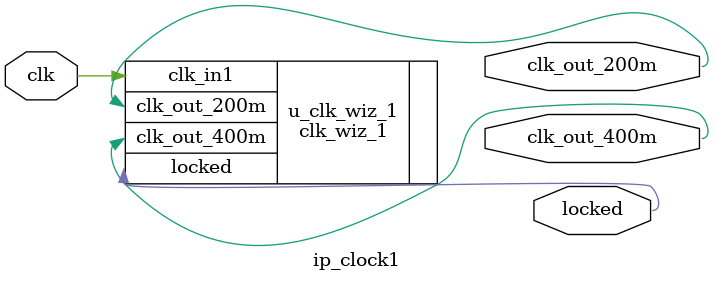
<source format=v>
`timescale 1ns / 1ps


module ip_clock1(
    input wire      clk,
    
    
    output wire     locked,
    output wire     clk_out_200m,
    output wire     clk_out_400m
    );
    
    clk_wiz_1 u_clk_wiz_1 
    (
    // Clock out ports
    .clk_out_200m                   (clk_out_200m),
    .clk_out_400m                   (clk_out_400m),
    // Status and control signals
    .locked                         (locked),
    // Clock in ports
    .clk_in1                        (clk)
    );
 
endmodule

</source>
